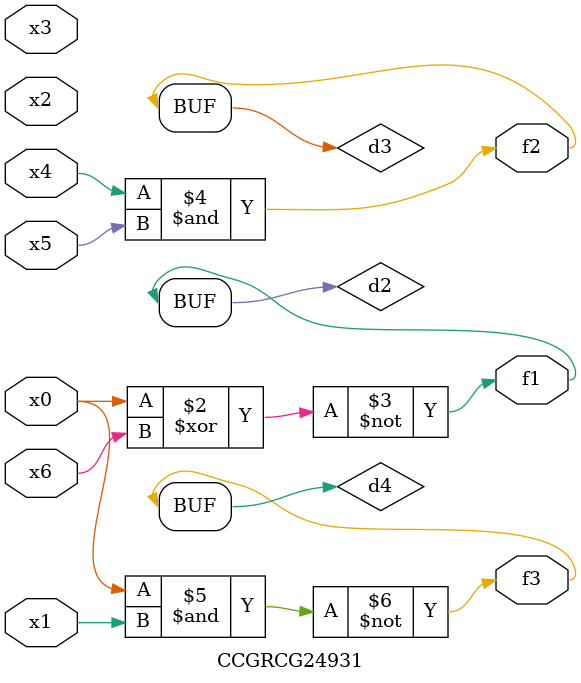
<source format=v>
module CCGRCG24931(
	input x0, x1, x2, x3, x4, x5, x6,
	output f1, f2, f3
);

	wire d1, d2, d3, d4;

	nor (d1, x0);
	xnor (d2, x0, x6);
	and (d3, x4, x5);
	nand (d4, x0, x1);
	assign f1 = d2;
	assign f2 = d3;
	assign f3 = d4;
endmodule

</source>
